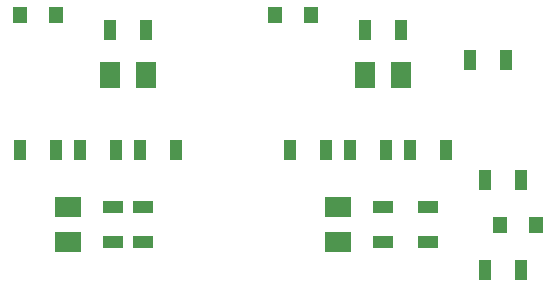
<source format=gbr>
G04 EAGLE Gerber RS-274X export*
G75*
%MOMM*%
%FSLAX34Y34*%
%LPD*%
%INSolderpaste Top*%
%IPPOS*%
%AMOC8*
5,1,8,0,0,1.08239X$1,22.5*%
G01*
%ADD10R,2.250000X1.750000*%
%ADD11R,1.750000X2.250000*%
%ADD12R,1.200000X1.400000*%
%ADD13R,1.050000X1.800000*%
%ADD14R,1.800000X1.050000*%


D10*
X63500Y154700D03*
X63500Y124700D03*
D11*
X99300Y266700D03*
X129300Y266700D03*
D10*
X292100Y154700D03*
X292100Y124700D03*
D11*
X315200Y266700D03*
X345200Y266700D03*
D12*
X23100Y317500D03*
X53100Y317500D03*
X239000Y317500D03*
X269000Y317500D03*
X459500Y139700D03*
X429500Y139700D03*
D13*
X124700Y203200D03*
X154700Y203200D03*
X302500Y203200D03*
X332500Y203200D03*
X281700Y203200D03*
X251700Y203200D03*
D14*
X330200Y124700D03*
X330200Y154700D03*
D13*
X416800Y177800D03*
X446800Y177800D03*
X416800Y101600D03*
X446800Y101600D03*
D14*
X368300Y124700D03*
X368300Y154700D03*
D13*
X99300Y304800D03*
X129300Y304800D03*
X73900Y203200D03*
X103900Y203200D03*
X53100Y203200D03*
X23100Y203200D03*
D14*
X101600Y124700D03*
X101600Y154700D03*
X127000Y124700D03*
X127000Y154700D03*
D13*
X434100Y279400D03*
X404100Y279400D03*
X383300Y203200D03*
X353300Y203200D03*
X315200Y304800D03*
X345200Y304800D03*
M02*

</source>
